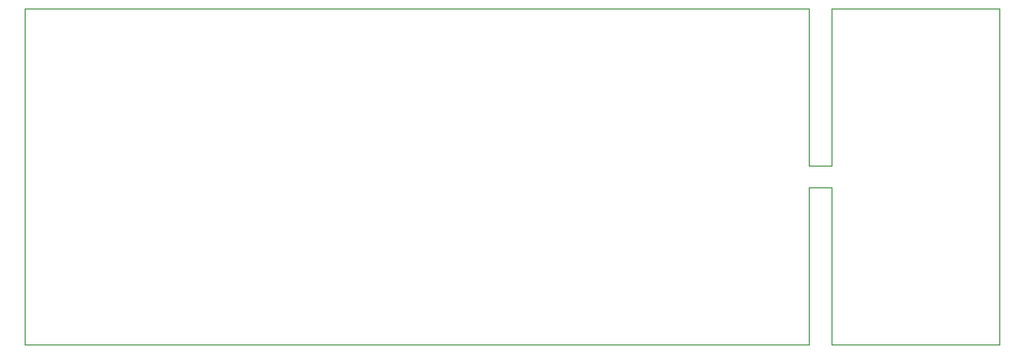
<source format=gbr>
G04 #@! TF.FileFunction,Profile,NP*
%FSLAX46Y46*%
G04 Gerber Fmt 4.6, Leading zero omitted, Abs format (unit mm)*
G04 Created by KiCad (PCBNEW (2014-11-14 BZR 5284)-product) date Mon Dec  1 16:34:15 2014*
%MOMM*%
G01*
G04 APERTURE LIST*
%ADD10C,0.100000*%
G04 APERTURE END LIST*
D10*
X102000000Y-46000000D02*
X102000000Y-60000000D01*
X100000000Y-46000000D02*
X102000000Y-46000000D01*
X100000000Y-60000000D02*
X100000000Y-46000000D01*
X102000000Y-44000000D02*
X102000000Y-30000000D01*
X100000000Y-44000000D02*
X102000000Y-44000000D01*
X100000000Y-30000000D02*
X100000000Y-44000000D01*
X117000000Y-60000000D02*
X102000000Y-60000000D01*
X117000000Y-30000000D02*
X117000000Y-60000000D01*
X102000000Y-30000000D02*
X117000000Y-30000000D01*
X30000000Y-60000000D02*
X30000000Y-30000000D01*
X100000000Y-60000000D02*
X30000000Y-60000000D01*
X30000000Y-30000000D02*
X100000000Y-30000000D01*
M02*

</source>
